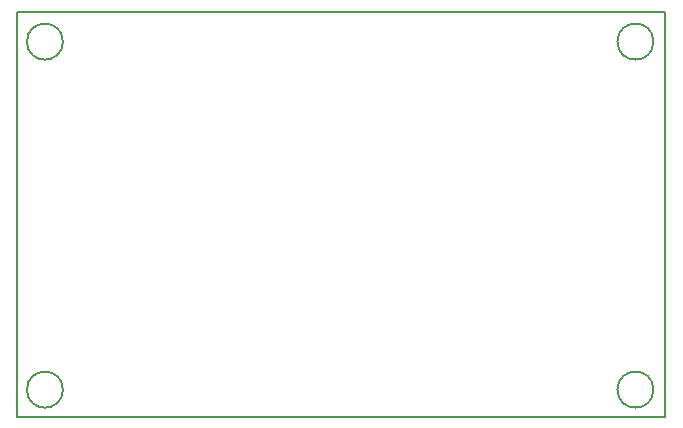
<source format=gbr>
%TF.GenerationSoftware,KiCad,Pcbnew,8.0.3*%
%TF.CreationDate,2024-06-12T19:29:14-06:00*%
%TF.ProjectId,CutMachine_PCB,4375744d-6163-4686-996e-655f5043422e,rev?*%
%TF.SameCoordinates,Original*%
%TF.FileFunction,Profile,NP*%
%FSLAX46Y46*%
G04 Gerber Fmt 4.6, Leading zero omitted, Abs format (unit mm)*
G04 Created by KiCad (PCBNEW 8.0.3) date 2024-06-12 19:29:14*
%MOMM*%
%LPD*%
G01*
G04 APERTURE LIST*
%TA.AperFunction,Profile*%
%ADD10C,0.200000*%
%TD*%
G04 APERTURE END LIST*
D10*
X130302000Y-113792000D02*
G75*
G02*
X127254000Y-113792000I-1524000J0D01*
G01*
X127254000Y-113792000D02*
G75*
G02*
X130302000Y-113792000I1524000J0D01*
G01*
X80302000Y-113792000D02*
G75*
G02*
X77254000Y-113792000I-1524000J0D01*
G01*
X77254000Y-113792000D02*
G75*
G02*
X80302000Y-113792000I1524000J0D01*
G01*
X130302000Y-84328000D02*
G75*
G02*
X127254000Y-84328000I-1524000J0D01*
G01*
X127254000Y-84328000D02*
G75*
G02*
X130302000Y-84328000I1524000J0D01*
G01*
X80302000Y-84328000D02*
G75*
G02*
X77254000Y-84328000I-1524000J0D01*
G01*
X77254000Y-84328000D02*
G75*
G02*
X80302000Y-84328000I1524000J0D01*
G01*
X76454000Y-81788000D02*
X131318000Y-81788000D01*
X131318000Y-116078000D01*
X76454000Y-116078000D01*
X76454000Y-81788000D01*
M02*

</source>
